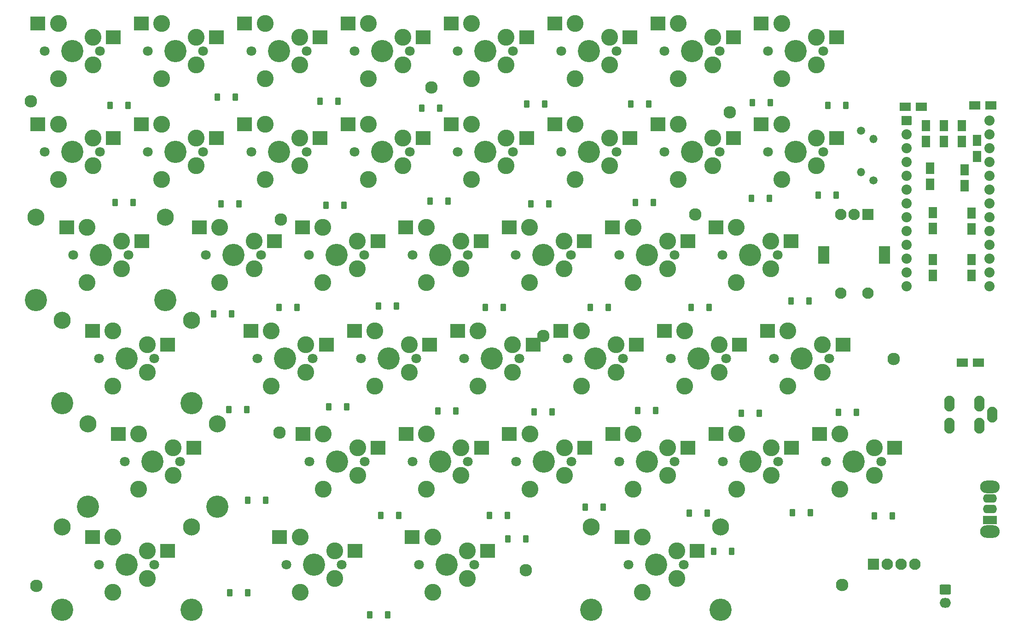
<source format=gbr>
%TF.GenerationSoftware,KiCad,Pcbnew,8.0.4*%
%TF.CreationDate,2024-11-21T00:39:55-07:00*%
%TF.ProjectId,simple_split_MX,73696d70-6c65-45f7-9370-6c69745f4d58,v1.0.0*%
%TF.SameCoordinates,Original*%
%TF.FileFunction,Soldermask,Top*%
%TF.FilePolarity,Negative*%
%FSLAX46Y46*%
G04 Gerber Fmt 4.6, Leading zero omitted, Abs format (unit mm)*
G04 Created by KiCad (PCBNEW 8.0.4) date 2024-11-21 00:39:55*
%MOMM*%
%LPD*%
G01*
G04 APERTURE LIST*
G04 Aperture macros list*
%AMRoundRect*
0 Rectangle with rounded corners*
0 $1 Rounding radius*
0 $2 $3 $4 $5 $6 $7 $8 $9 X,Y pos of 4 corners*
0 Add a 4 corners polygon primitive as box body*
4,1,4,$2,$3,$4,$5,$6,$7,$8,$9,$2,$3,0*
0 Add four circle primitives for the rounded corners*
1,1,$1+$1,$2,$3*
1,1,$1+$1,$4,$5*
1,1,$1+$1,$6,$7*
1,1,$1+$1,$8,$9*
0 Add four rect primitives between the rounded corners*
20,1,$1+$1,$2,$3,$4,$5,0*
20,1,$1+$1,$4,$5,$6,$7,0*
20,1,$1+$1,$6,$7,$8,$9,0*
20,1,$1+$1,$8,$9,$2,$3,0*%
%AMFreePoly0*
4,1,16,0.535355,0.785355,0.541603,0.777735,1.041603,0.027735,1.049029,-0.009806,1.041603,-0.027735,0.541603,-0.777735,0.509806,-0.799029,0.500000,-0.800000,-0.500000,-0.800000,-0.535355,-0.785355,-0.550000,-0.750000,-0.550000,0.750000,-0.535355,0.785355,-0.500000,0.800000,0.500000,0.800000,0.535355,0.785355,0.535355,0.785355,$1*%
G04 Aperture macros list end*
%ADD10C,1.801800*%
%ADD11C,3.100000*%
%ADD12C,4.087800*%
%ADD13RoundRect,0.050000X1.275000X1.250000X-1.275000X1.250000X-1.275000X-1.250000X1.275000X-1.250000X0*%
%ADD14C,1.500000*%
%ADD15O,1.500000X1.500000*%
%ADD16C,0.900000*%
%ADD17RoundRect,0.050000X0.450000X0.600000X-0.450000X0.600000X-0.450000X-0.600000X0.450000X-0.600000X0*%
%ADD18C,2.300000*%
%ADD19RoundRect,0.264706X-0.785294X0.635294X-0.785294X-0.635294X0.785294X-0.635294X0.785294X0.635294X0*%
%ADD20O,2.100000X1.800000*%
%ADD21RoundRect,0.050000X-1.000000X-1.000000X1.000000X-1.000000X1.000000X1.000000X-1.000000X1.000000X0*%
%ADD22C,2.100000*%
%ADD23C,3.148000*%
%ADD24R,1.500000X1.500000*%
%ADD25FreePoly0,270.000000*%
%ADD26FreePoly0,90.000000*%
%ADD27FreePoly0,0.000000*%
%ADD28FreePoly0,180.000000*%
%ADD29RoundRect,0.050000X-0.889000X-0.762000X0.889000X-0.762000X0.889000X0.762000X-0.889000X0.762000X0*%
%ADD30C,1.878000*%
%ADD31O,3.600000X2.300000*%
%ADD32RoundRect,0.050000X1.250000X-0.750000X1.250000X0.750000X-1.250000X0.750000X-1.250000X-0.750000X0*%
%ADD33O,2.600000X1.600000*%
%ADD34O,1.900000X2.900000*%
%ADD35RoundRect,0.050000X-1.000000X1.000000X-1.000000X-1.000000X1.000000X-1.000000X1.000000X1.000000X0*%
%ADD36RoundRect,0.050000X-1.000000X1.600000X-1.000000X-1.600000X1.000000X-1.600000X1.000000X1.600000X0*%
G04 APERTURE END LIST*
D10*
%TO.C,S33*%
X257987500Y-109352000D03*
D11*
X256717500Y-111892000D03*
X256717500Y-106812000D03*
D12*
X252907500Y-109352000D03*
D11*
X250367500Y-114432000D03*
X250367500Y-104272000D03*
D10*
X247827500Y-109352000D03*
D13*
X246617500Y-104272000D03*
X260467500Y-106812000D03*
%TD*%
D14*
%TO.C,R3*%
X267260000Y-114644000D03*
D15*
X267260000Y-107024000D03*
%TD*%
D16*
%TO.C,D26*%
X236652000Y-175858000D03*
D17*
X236652000Y-175858000D03*
D16*
X233352000Y-175858000D03*
D17*
X233352000Y-175858000D03*
%TD*%
D16*
%TO.C,D24*%
X199896000Y-176276000D03*
D17*
X199896000Y-176276000D03*
D16*
X196596000Y-176276000D03*
D17*
X196596000Y-176276000D03*
%TD*%
D10*
%TO.C,S31*%
X193805500Y-185352000D03*
D11*
X192535500Y-187892000D03*
X192535500Y-182812000D03*
D12*
X188725500Y-185352000D03*
D11*
X186185500Y-190432000D03*
X186185500Y-180272000D03*
D10*
X183645500Y-185352000D03*
D13*
X182435500Y-180272000D03*
X196285500Y-182812000D03*
%TD*%
D10*
%TO.C,S8*%
X130250000Y-128352000D03*
D11*
X128980000Y-130892000D03*
X128980000Y-125812000D03*
D12*
X125170000Y-128352000D03*
D11*
X122630000Y-133432000D03*
X122630000Y-123272000D03*
D10*
X120090000Y-128352000D03*
D13*
X118880000Y-123272000D03*
X132730000Y-125812000D03*
%TD*%
D16*
%TO.C,D6*%
X226746000Y-118708000D03*
D17*
X226746000Y-118708000D03*
D16*
X223446000Y-118708000D03*
D17*
X223446000Y-118708000D03*
%TD*%
D16*
%TO.C,D33*%
X260349000Y-117348000D03*
D17*
X260349000Y-117348000D03*
D16*
X257049000Y-117348000D03*
D17*
X257049000Y-117348000D03*
%TD*%
D16*
%TO.C,D9*%
X161214000Y-138012000D03*
D17*
X161214000Y-138012000D03*
D16*
X157914000Y-138012000D03*
D17*
X157914000Y-138012000D03*
%TD*%
D18*
%TO.C,M1*%
X112268000Y-100076000D03*
%TD*%
D16*
%TO.C,D16*%
X170358000Y-156300000D03*
D17*
X170358000Y-156300000D03*
D16*
X167058000Y-156300000D03*
D17*
X167058000Y-156300000D03*
%TD*%
D16*
%TO.C,D10*%
X179502000Y-137758000D03*
D17*
X179502000Y-137758000D03*
D16*
X176202000Y-137758000D03*
D17*
X176202000Y-137758000D03*
%TD*%
D10*
%TO.C,S20*%
X240159000Y-147352000D03*
D11*
X238889000Y-149892000D03*
X238889000Y-144812000D03*
D12*
X235079000Y-147352000D03*
D11*
X232539000Y-152432000D03*
X232539000Y-142272000D03*
D10*
X229999000Y-147352000D03*
D13*
X228789000Y-142272000D03*
X242639000Y-144812000D03*
%TD*%
D10*
%TO.C,S11*%
X192634000Y-128352000D03*
D11*
X191364000Y-130892000D03*
X191364000Y-125812000D03*
D12*
X187554000Y-128352000D03*
D11*
X185014000Y-133432000D03*
X185014000Y-123272000D03*
D10*
X182474000Y-128352000D03*
D13*
X181264000Y-123272000D03*
X195114000Y-125812000D03*
%TD*%
D19*
%TO.C,J2*%
X280475500Y-189848000D03*
D20*
X280475500Y-192348000D03*
%TD*%
D18*
%TO.C,M9*%
X261500000Y-189000000D03*
%TD*%
D16*
%TO.C,D23*%
X179958000Y-176276000D03*
D17*
X179958000Y-176276000D03*
D16*
X176658000Y-176276000D03*
D17*
X176658000Y-176276000D03*
%TD*%
D16*
%TO.C,D7*%
X248082000Y-117946000D03*
D17*
X248082000Y-117946000D03*
D16*
X244782000Y-117946000D03*
D17*
X244782000Y-117946000D03*
%TD*%
D10*
%TO.C,S6*%
X219987500Y-109352000D03*
D11*
X218717500Y-111892000D03*
X218717500Y-106812000D03*
D12*
X214907500Y-109352000D03*
D11*
X212367500Y-114432000D03*
X212367500Y-104272000D03*
D10*
X209827500Y-109352000D03*
D13*
X208617500Y-104272000D03*
X222467500Y-106812000D03*
%TD*%
D10*
%TO.C,F3*%
X181987500Y-90800000D03*
D11*
X180717500Y-93340000D03*
X180717500Y-88260000D03*
D12*
X176907500Y-90800000D03*
D11*
X174367500Y-95880000D03*
X174367500Y-85720000D03*
D10*
X171827500Y-90800000D03*
D13*
X170617500Y-85720000D03*
X184467500Y-88260000D03*
%TD*%
D21*
%TO.C,U2*%
X267260000Y-185256000D03*
D22*
X269800000Y-185256000D03*
X272340000Y-185256000D03*
X274880000Y-185256000D03*
%TD*%
D23*
%TO.C,DRA2*%
X113270000Y-121367000D03*
D12*
X113270000Y-136607000D03*
D23*
X137070000Y-121367000D03*
D12*
X137070000Y-136607000D03*
%TD*%
D18*
%TO.C,M7*%
X234442000Y-120904000D03*
%TD*%
D10*
%TO.C,F1*%
X143987500Y-90800000D03*
D11*
X142717500Y-93340000D03*
X142717500Y-88260000D03*
D12*
X138907500Y-90800000D03*
D11*
X136367500Y-95880000D03*
X136367500Y-85720000D03*
D10*
X133827500Y-90800000D03*
D13*
X132617500Y-85720000D03*
X146467500Y-88260000D03*
%TD*%
D18*
%TO.C,M5*%
X203327000Y-186309000D03*
%TD*%
D24*
%TO.C,VCC1*%
X284024000Y-112936000D03*
X284024000Y-115336000D03*
D25*
X284024000Y-112136000D03*
D26*
X284024000Y-116136000D03*
%TD*%
D10*
%TO.C,S35*%
X124987500Y-90800000D03*
D11*
X123717500Y-93340000D03*
X123717500Y-88260000D03*
D12*
X119907500Y-90800000D03*
D11*
X117367500Y-95880000D03*
X117367500Y-85720000D03*
D10*
X114827500Y-90800000D03*
D13*
X113617500Y-85720000D03*
X127467500Y-88260000D03*
%TD*%
D10*
%TO.C,S4*%
X181987500Y-109352000D03*
D11*
X180717500Y-111892000D03*
X180717500Y-106812000D03*
D12*
X176907500Y-109352000D03*
D11*
X174367500Y-114432000D03*
X174367500Y-104272000D03*
D10*
X171827500Y-109352000D03*
D13*
X170617500Y-104272000D03*
X184467500Y-106812000D03*
%TD*%
D10*
%TO.C,S3*%
X162987500Y-109352000D03*
D11*
X161717500Y-111892000D03*
X161717500Y-106812000D03*
D12*
X157907500Y-109352000D03*
D11*
X155367500Y-114432000D03*
X155367500Y-104272000D03*
D10*
X152827500Y-109352000D03*
D13*
X151617500Y-104272000D03*
X165467500Y-106812000D03*
%TD*%
D18*
%TO.C,M11*%
X185928000Y-97536000D03*
%TD*%
D10*
%TO.C,Extra_Function_Key1*%
X257987500Y-90800000D03*
D11*
X256717500Y-93340000D03*
X256717500Y-88260000D03*
D12*
X252907500Y-90800000D03*
D11*
X250367500Y-95880000D03*
X250367500Y-85720000D03*
D10*
X247827500Y-90800000D03*
D13*
X246617500Y-85720000D03*
X260467500Y-88260000D03*
%TD*%
D16*
%TO.C,D37*%
X187452000Y-101346000D03*
D17*
X187452000Y-101346000D03*
D16*
X184152000Y-101346000D03*
D17*
X184152000Y-101346000D03*
%TD*%
D16*
%TO.C,D15*%
X152000000Y-156808000D03*
D17*
X152000000Y-156808000D03*
D16*
X148700000Y-156808000D03*
D17*
X148700000Y-156808000D03*
%TD*%
D24*
%TO.C,GND1*%
X277674000Y-115050000D03*
X277674000Y-112650000D03*
D26*
X277674000Y-115850000D03*
D25*
X277674000Y-111850000D03*
%TD*%
D24*
%TO.C,GND2*%
X273374000Y-101092000D03*
X275774000Y-101092000D03*
D27*
X272574000Y-101092000D03*
D28*
X276574000Y-101092000D03*
%TD*%
D24*
%TO.C,RXI1*%
X286258000Y-109932000D03*
X286258000Y-107532000D03*
D26*
X286258000Y-110732000D03*
D25*
X286258000Y-106732000D03*
%TD*%
D16*
%TO.C,D39*%
X225932000Y-100584000D03*
D17*
X225932000Y-100584000D03*
D16*
X222632000Y-100584000D03*
D17*
X222632000Y-100584000D03*
%TD*%
D10*
%TO.C,F6*%
X238987500Y-90800000D03*
D11*
X237717500Y-93340000D03*
X237717500Y-88260000D03*
D12*
X233907500Y-90800000D03*
D11*
X231367500Y-95880000D03*
X231367500Y-85720000D03*
D10*
X228827500Y-90800000D03*
D13*
X227617500Y-85720000D03*
X241467500Y-88260000D03*
%TD*%
D10*
%TO.C,S5*%
X200987500Y-109352000D03*
D11*
X199717500Y-111892000D03*
X199717500Y-106812000D03*
D12*
X195907500Y-109352000D03*
D11*
X193367500Y-114432000D03*
X193367500Y-104272000D03*
D10*
X190827500Y-109352000D03*
D13*
X189617500Y-104272000D03*
X203467500Y-106812000D03*
%TD*%
D16*
%TO.C,D36*%
X168782000Y-100076000D03*
D17*
X168782000Y-100076000D03*
D16*
X165482000Y-100076000D03*
D17*
X165482000Y-100076000D03*
%TD*%
D16*
%TO.C,D4*%
X189026000Y-118454000D03*
D17*
X189026000Y-118454000D03*
D16*
X185726000Y-118454000D03*
D17*
X185726000Y-118454000D03*
%TD*%
D16*
%TO.C,D5*%
X207568000Y-118962000D03*
D17*
X207568000Y-118962000D03*
D16*
X204268000Y-118962000D03*
D17*
X204268000Y-118962000D03*
%TD*%
D10*
%TO.C,S25*%
X211684000Y-166352000D03*
D11*
X210414000Y-168892000D03*
X210414000Y-163812000D03*
D12*
X206604000Y-166352000D03*
D11*
X204064000Y-171432000D03*
X204064000Y-161272000D03*
D10*
X201524000Y-166352000D03*
D13*
X200314000Y-161272000D03*
X214164000Y-163812000D03*
%TD*%
D23*
%TO.C,DRA4*%
X118032500Y-178367000D03*
D12*
X118032500Y-193607000D03*
D23*
X141832500Y-178367000D03*
D12*
X141832500Y-193607000D03*
%TD*%
D24*
%TO.C,SCL1*%
X278182000Y-131846000D03*
X278182000Y-129446000D03*
D26*
X278182000Y-132646000D03*
D25*
X278182000Y-128646000D03*
%TD*%
D10*
%TO.C,S7*%
X238987500Y-109352000D03*
D11*
X237717500Y-111892000D03*
X237717500Y-106812000D03*
D12*
X233907500Y-109352000D03*
D11*
X231367500Y-114432000D03*
X231367500Y-104272000D03*
D10*
X228827500Y-109352000D03*
D13*
X227617500Y-104272000D03*
X241467500Y-106812000D03*
%TD*%
D10*
%TO.C,S1*%
X124987500Y-109352000D03*
D11*
X123717500Y-111892000D03*
X123717500Y-106812000D03*
D12*
X119907500Y-109352000D03*
D11*
X117367500Y-114432000D03*
X117367500Y-104272000D03*
D10*
X114827500Y-109352000D03*
D13*
X113617500Y-104272000D03*
X127467500Y-106812000D03*
%TD*%
D24*
%TO.C,Bat+1*%
X286158000Y-100838000D03*
X288558000Y-100838000D03*
D27*
X285358000Y-100838000D03*
D28*
X289358000Y-100838000D03*
%TD*%
D16*
%TO.C,D30*%
X177926000Y-194564000D03*
D17*
X177926000Y-194564000D03*
D16*
X174626000Y-194564000D03*
D17*
X174626000Y-194564000D03*
%TD*%
D16*
%TO.C,D38*%
X206756000Y-100584000D03*
D17*
X206756000Y-100584000D03*
D16*
X203456000Y-100584000D03*
D17*
X203456000Y-100584000D03*
%TD*%
D10*
%TO.C,F2*%
X162987500Y-90800000D03*
D11*
X161717500Y-93340000D03*
X161717500Y-88260000D03*
D12*
X157907500Y-90800000D03*
D11*
X155367500Y-95880000D03*
X155367500Y-85720000D03*
D10*
X152827500Y-90800000D03*
D13*
X151617500Y-85720000D03*
X165467500Y-88260000D03*
%TD*%
D16*
%TO.C,D28*%
X270688000Y-176366000D03*
D17*
X270688000Y-176366000D03*
D16*
X267388000Y-176366000D03*
D17*
X267388000Y-176366000D03*
%TD*%
D10*
%TO.C,S12*%
X211634000Y-128352000D03*
D11*
X210364000Y-130892000D03*
X210364000Y-125812000D03*
D12*
X206554000Y-128352000D03*
D11*
X204014000Y-133432000D03*
X204014000Y-123272000D03*
D10*
X201474000Y-128352000D03*
D13*
X200264000Y-123272000D03*
X214114000Y-125812000D03*
%TD*%
D10*
%TO.C,S24*%
X192684000Y-166352000D03*
D11*
X191414000Y-168892000D03*
X191414000Y-163812000D03*
D12*
X187604000Y-166352000D03*
D11*
X185064000Y-171432000D03*
X185064000Y-161272000D03*
D10*
X182524000Y-166352000D03*
D13*
X181314000Y-161272000D03*
X195164000Y-163812000D03*
%TD*%
D16*
%TO.C,D12*%
X218490000Y-138012000D03*
D17*
X218490000Y-138012000D03*
D16*
X215190000Y-138012000D03*
D17*
X215190000Y-138012000D03*
%TD*%
D23*
%TO.C,DRA5*%
X215375500Y-178367000D03*
D12*
X215375500Y-193607000D03*
D23*
X239175500Y-178367000D03*
D12*
X239175500Y-193607000D03*
%TD*%
D29*
%TO.C,U1*%
X273356000Y-103595000D03*
D30*
X273356000Y-106135000D03*
X273356000Y-108675000D03*
X273356000Y-111215000D03*
X273356000Y-113755000D03*
X273356000Y-116295000D03*
X273356000Y-118835000D03*
X273356000Y-121375000D03*
X273356000Y-123915000D03*
X273356000Y-126455000D03*
X273356000Y-128995000D03*
X273356000Y-131535000D03*
X273356000Y-134075000D03*
X288596000Y-134075000D03*
X288596000Y-131535000D03*
X288596000Y-128995000D03*
X288596000Y-126455000D03*
X288596000Y-123915000D03*
X288596000Y-121375000D03*
X288596000Y-118835000D03*
X288596000Y-116295000D03*
X288596000Y-113755000D03*
X288596000Y-111215000D03*
X288596000Y-108675000D03*
X288596000Y-106135000D03*
X288596000Y-103595000D03*
%TD*%
D23*
%TO.C,DRA3*%
X122795000Y-159367000D03*
D12*
X122795000Y-174607000D03*
D23*
X146595000Y-159367000D03*
D12*
X146595000Y-174607000D03*
%TD*%
D16*
%TO.C,D17*%
X190424000Y-157062000D03*
D17*
X190424000Y-157062000D03*
D16*
X187124000Y-157062000D03*
D17*
X187124000Y-157062000D03*
%TD*%
D18*
%TO.C,M2*%
X113284000Y-189230000D03*
%TD*%
D23*
%TO.C,DRA1*%
X118032500Y-140367000D03*
D12*
X118032500Y-155607000D03*
D23*
X141832500Y-140367000D03*
D12*
X141832500Y-155607000D03*
%TD*%
D16*
%TO.C,D34*%
X149860000Y-99314000D03*
D17*
X149860000Y-99314000D03*
D16*
X146560000Y-99314000D03*
D17*
X146560000Y-99314000D03*
%TD*%
D24*
%TO.C,P3*%
X285294000Y-129446000D03*
X285294000Y-131846000D03*
D25*
X285294000Y-128646000D03*
D26*
X285294000Y-132646000D03*
%TD*%
D16*
%TO.C,D14*%
X255396000Y-136779000D03*
D17*
X255396000Y-136779000D03*
D16*
X252096000Y-136779000D03*
D17*
X252096000Y-136779000D03*
%TD*%
D18*
%TO.C,M6*%
X206502000Y-143256000D03*
%TD*%
D16*
%TO.C,D20*%
X246252000Y-157480000D03*
D17*
X246252000Y-157480000D03*
D16*
X242952000Y-157480000D03*
D17*
X242952000Y-157480000D03*
%TD*%
D18*
%TO.C,M10*%
X240792000Y-102108000D03*
%TD*%
D16*
%TO.C,D25*%
X217550000Y-174752000D03*
D17*
X217550000Y-174752000D03*
D16*
X214250000Y-174752000D03*
D17*
X214250000Y-174752000D03*
%TD*%
D16*
%TO.C,D22*%
X155448000Y-173482000D03*
D17*
X155448000Y-173482000D03*
D16*
X152148000Y-173482000D03*
D17*
X152148000Y-173482000D03*
%TD*%
D10*
%TO.C,S2*%
X143987500Y-109352000D03*
D11*
X142717500Y-111892000D03*
X142717500Y-106812000D03*
D12*
X138907500Y-109352000D03*
D11*
X136367500Y-114432000D03*
X136367500Y-104272000D03*
D10*
X133827500Y-109352000D03*
D13*
X132617500Y-104272000D03*
X146467500Y-106812000D03*
%TD*%
D16*
%TO.C,D3*%
X169850000Y-119216000D03*
D17*
X169850000Y-119216000D03*
D16*
X166550000Y-119216000D03*
D17*
X166550000Y-119216000D03*
%TD*%
D10*
%TO.C,S16*%
X164159000Y-147352000D03*
D11*
X162889000Y-149892000D03*
X162889000Y-144812000D03*
D12*
X159079000Y-147352000D03*
D11*
X156539000Y-152432000D03*
X156539000Y-142272000D03*
D10*
X153999000Y-147352000D03*
D13*
X152789000Y-142272000D03*
X166639000Y-144812000D03*
%TD*%
D10*
%TO.C,S21*%
X259159000Y-147352000D03*
D11*
X257889000Y-149892000D03*
X257889000Y-144812000D03*
D12*
X254079000Y-147352000D03*
D11*
X251539000Y-152432000D03*
X251539000Y-142272000D03*
D10*
X248999000Y-147352000D03*
D13*
X247789000Y-142272000D03*
X261639000Y-144812000D03*
%TD*%
D10*
%TO.C,S26*%
X230684000Y-166352000D03*
D11*
X229414000Y-168892000D03*
X229414000Y-163812000D03*
D12*
X225604000Y-166352000D03*
D11*
X223064000Y-171432000D03*
X223064000Y-161272000D03*
D10*
X220524000Y-166352000D03*
D13*
X219314000Y-161272000D03*
X233164000Y-163812000D03*
%TD*%
D16*
%TO.C,D21*%
X264084000Y-157316000D03*
D17*
X264084000Y-157316000D03*
D16*
X260784000Y-157316000D03*
D17*
X260784000Y-157316000D03*
%TD*%
D10*
%TO.C,S17*%
X183159000Y-147352000D03*
D11*
X181889000Y-149892000D03*
X181889000Y-144812000D03*
D12*
X178079000Y-147352000D03*
D11*
X175539000Y-152432000D03*
X175539000Y-142272000D03*
D10*
X172999000Y-147352000D03*
D13*
X171789000Y-142272000D03*
X185639000Y-144812000D03*
%TD*%
D24*
%TO.C,P2*%
X285294000Y-120880000D03*
X285294000Y-123280000D03*
D25*
X285294000Y-120080000D03*
D26*
X285294000Y-124080000D03*
%TD*%
D10*
%TO.C,S18*%
X202159000Y-147352000D03*
D11*
X200889000Y-149892000D03*
X200889000Y-144812000D03*
D12*
X197079000Y-147352000D03*
D11*
X194539000Y-152432000D03*
X194539000Y-142272000D03*
D10*
X191999000Y-147352000D03*
D13*
X190789000Y-142272000D03*
X204639000Y-144812000D03*
%TD*%
D24*
%TO.C,SDA1*%
X278182000Y-123210000D03*
X278182000Y-120810000D03*
D26*
X278182000Y-124010000D03*
D25*
X278182000Y-120010000D03*
%TD*%
D16*
%TO.C,D35*%
X130174000Y-100838000D03*
D17*
X130174000Y-100838000D03*
D16*
X126874000Y-100838000D03*
D17*
X126874000Y-100838000D03*
%TD*%
D18*
%TO.C,M8*%
X271000000Y-147500000D03*
%TD*%
D10*
%TO.C,S32*%
X232355500Y-185352000D03*
D11*
X231085500Y-187892000D03*
X231085500Y-182812000D03*
D12*
X227275500Y-185352000D03*
D11*
X224735500Y-190432000D03*
X224735500Y-180272000D03*
D10*
X222195500Y-185352000D03*
D13*
X220985500Y-180272000D03*
X234835500Y-182812000D03*
%TD*%
D10*
%TO.C,S29*%
X135012500Y-185352000D03*
D11*
X133742500Y-187892000D03*
X133742500Y-182812000D03*
D12*
X129932500Y-185352000D03*
D11*
X127392500Y-190432000D03*
X127392500Y-180272000D03*
D10*
X124852500Y-185352000D03*
D13*
X123642500Y-180272000D03*
X137492500Y-182812000D03*
%TD*%
D16*
%TO.C,D31*%
X203326000Y-180594000D03*
D17*
X203326000Y-180594000D03*
D16*
X200026000Y-180594000D03*
D17*
X200026000Y-180594000D03*
%TD*%
D10*
%TO.C,S23*%
X173684000Y-166352000D03*
D11*
X172414000Y-168892000D03*
X172414000Y-163812000D03*
D12*
X168604000Y-166352000D03*
D11*
X166064000Y-171432000D03*
X166064000Y-161272000D03*
D10*
X163524000Y-166352000D03*
D13*
X162314000Y-161272000D03*
X176164000Y-163812000D03*
%TD*%
D16*
%TO.C,D11*%
X199186000Y-138012000D03*
D17*
X199186000Y-138012000D03*
D16*
X195886000Y-138012000D03*
D17*
X195886000Y-138012000D03*
%TD*%
D16*
%TO.C,D40*%
X248284000Y-100330000D03*
D17*
X248284000Y-100330000D03*
D16*
X244984000Y-100330000D03*
D17*
X244984000Y-100330000D03*
%TD*%
D10*
%TO.C,F5*%
X219987500Y-90800000D03*
D11*
X218717500Y-93340000D03*
X218717500Y-88260000D03*
D12*
X214907500Y-90800000D03*
D11*
X212367500Y-95880000D03*
X212367500Y-85720000D03*
D10*
X209827500Y-90800000D03*
D13*
X208617500Y-85720000D03*
X222467500Y-88260000D03*
%TD*%
D10*
%TO.C,S14*%
X249634000Y-128352000D03*
D11*
X248364000Y-130892000D03*
X248364000Y-125812000D03*
D12*
X244554000Y-128352000D03*
D11*
X242014000Y-133432000D03*
X242014000Y-123272000D03*
D10*
X239474000Y-128352000D03*
D13*
X238264000Y-123272000D03*
X252114000Y-125812000D03*
%TD*%
D18*
%TO.C,M3*%
X158000000Y-161000000D03*
%TD*%
D16*
%TO.C,D32*%
X241172000Y-182880000D03*
D17*
X241172000Y-182880000D03*
D16*
X237872000Y-182880000D03*
D17*
X237872000Y-182880000D03*
%TD*%
D31*
%TO.C,SW1*%
X288628000Y-179196000D03*
X288628000Y-170996000D03*
D32*
X288628000Y-177096000D03*
D33*
X288628000Y-175096000D03*
X288628000Y-173096000D03*
%TD*%
D16*
%TO.C,D2*%
X150546000Y-118962000D03*
D17*
X150546000Y-118962000D03*
D16*
X147246000Y-118962000D03*
D17*
X147246000Y-118962000D03*
%TD*%
D34*
%TO.C,J1*%
X281194000Y-155724000D03*
X281194000Y-159724000D03*
X289094000Y-157724000D03*
X286694000Y-155724000D03*
X286694000Y-159724000D03*
%TD*%
D16*
%TO.C,D27*%
X255650000Y-175768000D03*
D17*
X255650000Y-175768000D03*
D16*
X252350000Y-175768000D03*
D17*
X252350000Y-175768000D03*
%TD*%
D10*
%TO.C,S27*%
X249684000Y-166352000D03*
D11*
X248414000Y-168892000D03*
X248414000Y-163812000D03*
D12*
X244604000Y-166352000D03*
D11*
X242064000Y-171432000D03*
X242064000Y-161272000D03*
D10*
X239524000Y-166352000D03*
D13*
X238314000Y-161272000D03*
X252164000Y-163812000D03*
%TD*%
D35*
%TO.C,R1*%
X266204000Y-120856000D03*
D22*
X261204000Y-120856000D03*
X263704000Y-120856000D03*
D36*
X269304000Y-128356000D03*
X258104000Y-128356000D03*
D22*
X261204000Y-135356000D03*
X266204000Y-135356000D03*
%TD*%
D18*
%TO.C,M4*%
X158242000Y-121793000D03*
%TD*%
D24*
%TO.C,COM_SELECT1*%
X283872000Y-148172000D03*
X286272000Y-148172000D03*
D27*
X283072000Y-148172000D03*
D28*
X287072000Y-148172000D03*
%TD*%
D10*
%TO.C,S28*%
X268684000Y-166352000D03*
D11*
X267414000Y-168892000D03*
X267414000Y-163812000D03*
D12*
X263604000Y-166352000D03*
D11*
X261064000Y-171432000D03*
X261064000Y-161272000D03*
D10*
X258524000Y-166352000D03*
D13*
X257314000Y-161272000D03*
X271164000Y-163812000D03*
%TD*%
D16*
%TO.C,D29*%
X152150000Y-190500000D03*
D17*
X152150000Y-190500000D03*
D16*
X148850000Y-190500000D03*
D17*
X148850000Y-190500000D03*
%TD*%
D16*
%TO.C,D13*%
X237032000Y-138012000D03*
D17*
X237032000Y-138012000D03*
D16*
X233732000Y-138012000D03*
D17*
X233732000Y-138012000D03*
%TD*%
D24*
%TO.C,RXI2*%
X276912000Y-107208000D03*
X276912000Y-104808000D03*
D26*
X276912000Y-108008000D03*
D25*
X276912000Y-104008000D03*
%TD*%
D10*
%TO.C,S15*%
X135012500Y-147352000D03*
D11*
X133742500Y-149892000D03*
X133742500Y-144812000D03*
D12*
X129932500Y-147352000D03*
D11*
X127392500Y-152432000D03*
X127392500Y-142272000D03*
D10*
X124852500Y-147352000D03*
D13*
X123642500Y-142272000D03*
X137492500Y-144812000D03*
%TD*%
D10*
%TO.C,S22*%
X139775000Y-166352000D03*
D11*
X138505000Y-168892000D03*
X138505000Y-163812000D03*
D12*
X134695000Y-166352000D03*
D11*
X132155000Y-171432000D03*
X132155000Y-161272000D03*
D10*
X129615000Y-166352000D03*
D13*
X128405000Y-161272000D03*
X142255000Y-163812000D03*
%TD*%
D16*
%TO.C,D19*%
X227202000Y-156972000D03*
D17*
X227202000Y-156972000D03*
D16*
X223902000Y-156972000D03*
D17*
X223902000Y-156972000D03*
%TD*%
D10*
%TO.C,S19*%
X221159000Y-147352000D03*
D11*
X219889000Y-149892000D03*
X219889000Y-144812000D03*
D12*
X216079000Y-147352000D03*
D11*
X213539000Y-152432000D03*
X213539000Y-142272000D03*
D10*
X210999000Y-147352000D03*
D13*
X209789000Y-142272000D03*
X223639000Y-144812000D03*
%TD*%
D10*
%TO.C,S9*%
X154634000Y-128352000D03*
D11*
X153364000Y-130892000D03*
X153364000Y-125812000D03*
D12*
X149554000Y-128352000D03*
D11*
X147014000Y-133432000D03*
X147014000Y-123272000D03*
D10*
X144474000Y-128352000D03*
D13*
X143264000Y-123272000D03*
X157114000Y-125812000D03*
%TD*%
D24*
%TO.C,TXD1*%
X283516000Y-107208000D03*
X283516000Y-104808000D03*
D26*
X283516000Y-108008000D03*
D25*
X283516000Y-104008000D03*
%TD*%
D10*
%TO.C,F4*%
X200987500Y-90800000D03*
D11*
X199717500Y-93340000D03*
X199717500Y-88260000D03*
D12*
X195907500Y-90800000D03*
D11*
X193367500Y-95880000D03*
X193367500Y-85720000D03*
D10*
X190827500Y-90800000D03*
D13*
X189617500Y-85720000D03*
X203467500Y-88260000D03*
%TD*%
D16*
%TO.C,D18*%
X208152000Y-157226000D03*
D17*
X208152000Y-157226000D03*
D16*
X204852000Y-157226000D03*
D17*
X204852000Y-157226000D03*
%TD*%
D10*
%TO.C,S13*%
X230634000Y-128352000D03*
D11*
X229364000Y-130892000D03*
X229364000Y-125812000D03*
D12*
X225554000Y-128352000D03*
D11*
X223014000Y-133432000D03*
X223014000Y-123272000D03*
D10*
X220474000Y-128352000D03*
D13*
X219264000Y-123272000D03*
X233114000Y-125812000D03*
%TD*%
D16*
%TO.C,D1*%
X131116000Y-118708000D03*
D17*
X131116000Y-118708000D03*
D16*
X127816000Y-118708000D03*
D17*
X127816000Y-118708000D03*
%TD*%
D16*
%TO.C,D8*%
X149224000Y-139192000D03*
D17*
X149224000Y-139192000D03*
D16*
X145924000Y-139192000D03*
D17*
X145924000Y-139192000D03*
%TD*%
D24*
%TO.C,TXD2*%
X280214000Y-107208000D03*
X280214000Y-104808000D03*
D26*
X280214000Y-108008000D03*
D25*
X280214000Y-104008000D03*
%TD*%
D16*
%TO.C,D41*%
X262128000Y-100838000D03*
D17*
X262128000Y-100838000D03*
D16*
X258828000Y-100838000D03*
D17*
X258828000Y-100838000D03*
%TD*%
D14*
%TO.C,R2*%
X264974000Y-105500000D03*
D15*
X264974000Y-113120000D03*
%TD*%
D10*
%TO.C,S10*%
X173634000Y-128352000D03*
D11*
X172364000Y-130892000D03*
X172364000Y-125812000D03*
D12*
X168554000Y-128352000D03*
D11*
X166014000Y-133432000D03*
X166014000Y-123272000D03*
D10*
X163474000Y-128352000D03*
D13*
X162264000Y-123272000D03*
X176114000Y-125812000D03*
%TD*%
D10*
%TO.C,S30*%
X169421500Y-185352000D03*
D11*
X168151500Y-187892000D03*
X168151500Y-182812000D03*
D12*
X164341500Y-185352000D03*
D11*
X161801500Y-190432000D03*
X161801500Y-180272000D03*
D10*
X159261500Y-185352000D03*
D13*
X158051500Y-180272000D03*
X171901500Y-182812000D03*
%TD*%
M02*

</source>
